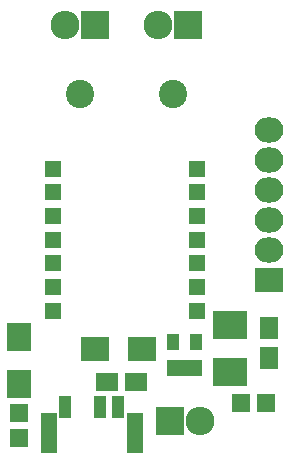
<source format=gts>
G04 #@! TF.FileFunction,Soldermask,Top*
%FSLAX46Y46*%
G04 Gerber Fmt 4.6, Leading zero omitted, Abs format (unit mm)*
G04 Created by KiCad (PCBNEW 4.0.2+e4-6225~38~ubuntu14.04.1-stable) date Mon 09 May 2016 08:18:36 PM EDT*
%MOMM*%
G01*
G04 APERTURE LIST*
%ADD10C,0.100000*%
%ADD11R,1.400000X1.400000*%
%ADD12R,1.650000X1.900000*%
%ADD13R,1.900000X1.650000*%
%ADD14R,1.598880X1.598880*%
%ADD15R,2.900000X2.400000*%
%ADD16R,2.432000X2.127200*%
%ADD17O,2.432000X2.127200*%
%ADD18R,2.432000X2.432000*%
%ADD19O,2.432000X2.432000*%
%ADD20C,2.398980*%
%ADD21R,2.400000X2.100000*%
%ADD22R,1.050000X1.460000*%
%ADD23R,1.400760X3.399740*%
%ADD24R,1.101040X1.901140*%
%ADD25R,2.100000X2.400000*%
G04 APERTURE END LIST*
D10*
D11*
X162302000Y-101912000D03*
X162302000Y-99912000D03*
X162302000Y-97912000D03*
X162302000Y-95912000D03*
X162302000Y-93912000D03*
X162302000Y-91912000D03*
X162302000Y-89912000D03*
X174502000Y-101912000D03*
X174502000Y-99912000D03*
X174502000Y-97912000D03*
X174502000Y-95912000D03*
X174502000Y-93912000D03*
X174502000Y-91912000D03*
X174502000Y-89912000D03*
D12*
X180594000Y-105898000D03*
X180594000Y-103398000D03*
D13*
X169398000Y-107950000D03*
X166898000Y-107950000D03*
D14*
X180373020Y-109728000D03*
X178274980Y-109728000D03*
D15*
X177292000Y-103156000D03*
X177292000Y-107156000D03*
D16*
X180594000Y-99314000D03*
D17*
X180594000Y-96774000D03*
X180594000Y-94234000D03*
X180594000Y-91694000D03*
X180594000Y-89154000D03*
X180594000Y-86614000D03*
D18*
X172212000Y-111252000D03*
D19*
X174752000Y-111252000D03*
D18*
X165862000Y-77724000D03*
D19*
X163322000Y-77724000D03*
D20*
X172466000Y-83566000D03*
X164592000Y-83566000D03*
D18*
X173736000Y-77724000D03*
D19*
X171196000Y-77724000D03*
D21*
X169894000Y-105156000D03*
X165894000Y-105156000D03*
D22*
X172532000Y-106764000D03*
X173482000Y-106764000D03*
X174432000Y-106764000D03*
X174432000Y-104564000D03*
X172532000Y-104564000D03*
D23*
X161958020Y-112268000D03*
X169257980Y-112268000D03*
D24*
X163357560Y-110048260D03*
X167858440Y-110048260D03*
X166357300Y-110048260D03*
D14*
X159486600Y-112707420D03*
X159486600Y-110609380D03*
D25*
X159486600Y-104121200D03*
X159486600Y-108121200D03*
M02*

</source>
